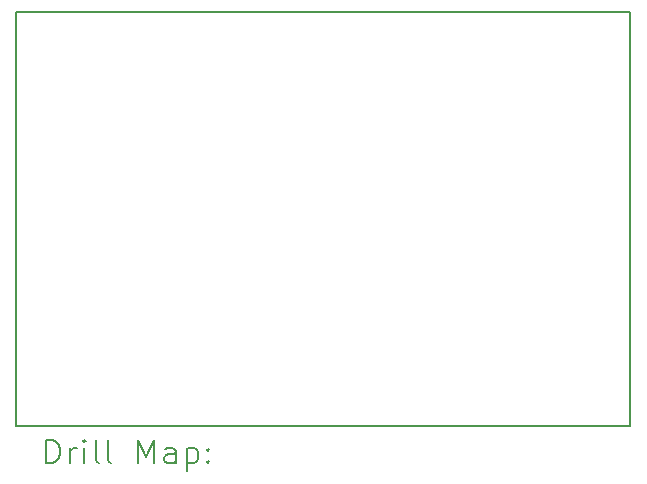
<source format=gbr>
%TF.GenerationSoftware,KiCad,Pcbnew,8.0.9-8.0.9-0~ubuntu22.04.1*%
%TF.CreationDate,2025-08-19T21:28:40+02:00*%
%TF.ProjectId,KG_Disp_Adapter,4b475f44-6973-4705-9f41-646170746572,rev?*%
%TF.SameCoordinates,Original*%
%TF.FileFunction,Drillmap*%
%TF.FilePolarity,Positive*%
%FSLAX45Y45*%
G04 Gerber Fmt 4.5, Leading zero omitted, Abs format (unit mm)*
G04 Created by KiCad (PCBNEW 8.0.9-8.0.9-0~ubuntu22.04.1) date 2025-08-19 21:28:40*
%MOMM*%
%LPD*%
G01*
G04 APERTURE LIST*
%ADD10C,0.150000*%
%ADD11C,0.200000*%
G04 APERTURE END LIST*
D10*
X12957501Y-13878500D02*
X12957501Y-10378500D01*
X18157501Y-13878500D02*
X18157501Y-10378500D01*
X12957501Y-10378500D02*
X18157501Y-10378500D01*
X18157501Y-13878500D02*
X12957501Y-13878500D01*
D11*
X13210778Y-14197484D02*
X13210778Y-13997484D01*
X13210778Y-13997484D02*
X13258397Y-13997484D01*
X13258397Y-13997484D02*
X13286968Y-14007007D01*
X13286968Y-14007007D02*
X13306016Y-14026055D01*
X13306016Y-14026055D02*
X13315539Y-14045103D01*
X13315539Y-14045103D02*
X13325063Y-14083198D01*
X13325063Y-14083198D02*
X13325063Y-14111769D01*
X13325063Y-14111769D02*
X13315539Y-14149865D01*
X13315539Y-14149865D02*
X13306016Y-14168912D01*
X13306016Y-14168912D02*
X13286968Y-14187960D01*
X13286968Y-14187960D02*
X13258397Y-14197484D01*
X13258397Y-14197484D02*
X13210778Y-14197484D01*
X13410778Y-14197484D02*
X13410778Y-14064150D01*
X13410778Y-14102246D02*
X13420301Y-14083198D01*
X13420301Y-14083198D02*
X13429825Y-14073674D01*
X13429825Y-14073674D02*
X13448873Y-14064150D01*
X13448873Y-14064150D02*
X13467920Y-14064150D01*
X13534587Y-14197484D02*
X13534587Y-14064150D01*
X13534587Y-13997484D02*
X13525063Y-14007007D01*
X13525063Y-14007007D02*
X13534587Y-14016531D01*
X13534587Y-14016531D02*
X13544111Y-14007007D01*
X13544111Y-14007007D02*
X13534587Y-13997484D01*
X13534587Y-13997484D02*
X13534587Y-14016531D01*
X13658397Y-14197484D02*
X13639349Y-14187960D01*
X13639349Y-14187960D02*
X13629825Y-14168912D01*
X13629825Y-14168912D02*
X13629825Y-13997484D01*
X13763158Y-14197484D02*
X13744111Y-14187960D01*
X13744111Y-14187960D02*
X13734587Y-14168912D01*
X13734587Y-14168912D02*
X13734587Y-13997484D01*
X13991730Y-14197484D02*
X13991730Y-13997484D01*
X13991730Y-13997484D02*
X14058397Y-14140341D01*
X14058397Y-14140341D02*
X14125063Y-13997484D01*
X14125063Y-13997484D02*
X14125063Y-14197484D01*
X14306016Y-14197484D02*
X14306016Y-14092722D01*
X14306016Y-14092722D02*
X14296492Y-14073674D01*
X14296492Y-14073674D02*
X14277444Y-14064150D01*
X14277444Y-14064150D02*
X14239349Y-14064150D01*
X14239349Y-14064150D02*
X14220301Y-14073674D01*
X14306016Y-14187960D02*
X14286968Y-14197484D01*
X14286968Y-14197484D02*
X14239349Y-14197484D01*
X14239349Y-14197484D02*
X14220301Y-14187960D01*
X14220301Y-14187960D02*
X14210778Y-14168912D01*
X14210778Y-14168912D02*
X14210778Y-14149865D01*
X14210778Y-14149865D02*
X14220301Y-14130817D01*
X14220301Y-14130817D02*
X14239349Y-14121293D01*
X14239349Y-14121293D02*
X14286968Y-14121293D01*
X14286968Y-14121293D02*
X14306016Y-14111769D01*
X14401254Y-14064150D02*
X14401254Y-14264150D01*
X14401254Y-14073674D02*
X14420301Y-14064150D01*
X14420301Y-14064150D02*
X14458397Y-14064150D01*
X14458397Y-14064150D02*
X14477444Y-14073674D01*
X14477444Y-14073674D02*
X14486968Y-14083198D01*
X14486968Y-14083198D02*
X14496492Y-14102246D01*
X14496492Y-14102246D02*
X14496492Y-14159388D01*
X14496492Y-14159388D02*
X14486968Y-14178436D01*
X14486968Y-14178436D02*
X14477444Y-14187960D01*
X14477444Y-14187960D02*
X14458397Y-14197484D01*
X14458397Y-14197484D02*
X14420301Y-14197484D01*
X14420301Y-14197484D02*
X14401254Y-14187960D01*
X14582206Y-14178436D02*
X14591730Y-14187960D01*
X14591730Y-14187960D02*
X14582206Y-14197484D01*
X14582206Y-14197484D02*
X14572682Y-14187960D01*
X14572682Y-14187960D02*
X14582206Y-14178436D01*
X14582206Y-14178436D02*
X14582206Y-14197484D01*
X14582206Y-14073674D02*
X14591730Y-14083198D01*
X14591730Y-14083198D02*
X14582206Y-14092722D01*
X14582206Y-14092722D02*
X14572682Y-14083198D01*
X14572682Y-14083198D02*
X14582206Y-14073674D01*
X14582206Y-14073674D02*
X14582206Y-14092722D01*
M02*

</source>
